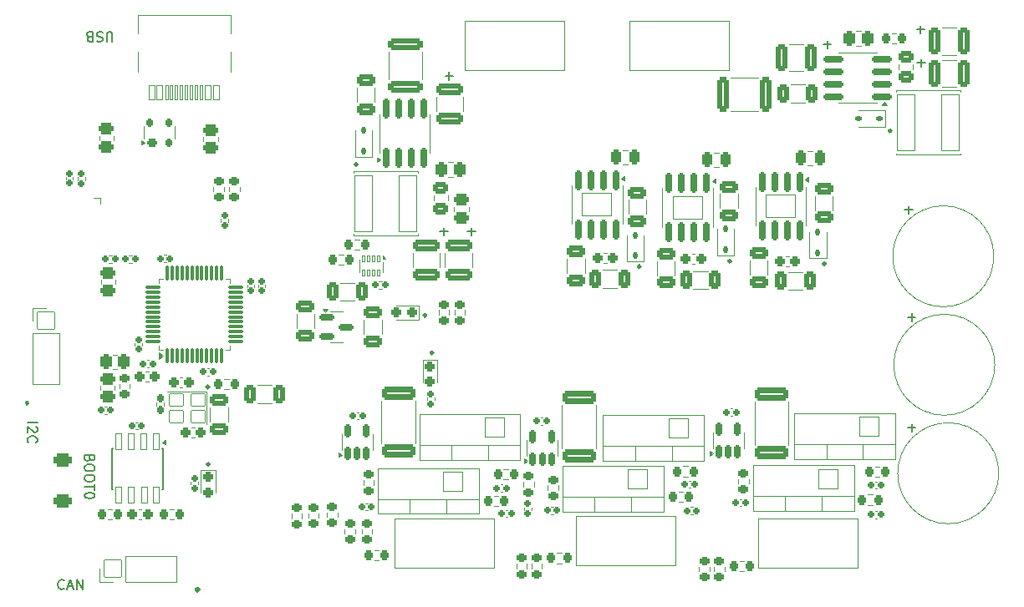
<source format=gto>
G04 #@! TF.GenerationSoftware,KiCad,Pcbnew,8.0.4-8.0.4-0~ubuntu22.04.1*
G04 #@! TF.CreationDate,2024-08-24T23:14:06+02:00*
G04 #@! TF.ProjectId,bldc_project,626c6463-5f70-4726-9f6a-6563742e6b69,rev?*
G04 #@! TF.SameCoordinates,Original*
G04 #@! TF.FileFunction,Legend,Top*
G04 #@! TF.FilePolarity,Positive*
%FSLAX46Y46*%
G04 Gerber Fmt 4.6, Leading zero omitted, Abs format (unit mm)*
G04 Created by KiCad (PCBNEW 8.0.4-8.0.4-0~ubuntu22.04.1) date 2024-08-24 23:14:06*
%MOMM*%
%LPD*%
G01*
G04 APERTURE LIST*
G04 Aperture macros list*
%AMRoundRect*
0 Rectangle with rounded corners*
0 $1 Rounding radius*
0 $2 $3 $4 $5 $6 $7 $8 $9 X,Y pos of 4 corners*
0 Add a 4 corners polygon primitive as box body*
4,1,4,$2,$3,$4,$5,$6,$7,$8,$9,$2,$3,0*
0 Add four circle primitives for the rounded corners*
1,1,$1+$1,$2,$3*
1,1,$1+$1,$4,$5*
1,1,$1+$1,$6,$7*
1,1,$1+$1,$8,$9*
0 Add four rect primitives between the rounded corners*
20,1,$1+$1,$2,$3,$4,$5,0*
20,1,$1+$1,$4,$5,$6,$7,0*
20,1,$1+$1,$6,$7,$8,$9,0*
20,1,$1+$1,$8,$9,$2,$3,0*%
G04 Aperture macros list end*
%ADD10C,0.150000*%
%ADD11C,0.298607*%
%ADD12C,0.275000*%
%ADD13C,0.200000*%
%ADD14C,0.120000*%
%ADD15RoundRect,0.244000X0.244000X0.269000X-0.244000X0.269000X-0.244000X-0.269000X0.244000X-0.269000X0*%
%ADD16RoundRect,0.038000X0.952500X1.000000X-0.952500X1.000000X-0.952500X-1.000000X0.952500X-1.000000X0*%
%ADD17O,1.981000X2.076000*%
%ADD18RoundRect,0.219000X0.294000X-0.219000X0.294000X0.219000X-0.294000X0.219000X-0.294000X-0.219000X0*%
%ADD19C,1.676000*%
%ADD20RoundRect,0.159000X0.159000X0.189000X-0.159000X0.189000X-0.159000X-0.189000X0.159000X-0.189000X0*%
%ADD21RoundRect,0.131500X0.206500X0.131500X-0.206500X0.131500X-0.206500X-0.131500X0.206500X-0.131500X0*%
%ADD22RoundRect,0.038000X-0.300000X0.775000X-0.300000X-0.775000X0.300000X-0.775000X0.300000X0.775000X0*%
%ADD23C,1.448000*%
%ADD24RoundRect,0.265511X1.447489X-0.384989X1.447489X0.384989X-1.447489X0.384989X-1.447489X-0.384989X0*%
%ADD25RoundRect,0.266889X-0.333611X-0.646111X0.333611X-0.646111X0.333611X0.646111X-0.333611X0.646111X0*%
%ADD26RoundRect,0.266521X-0.671479X0.346479X-0.671479X-0.346479X0.671479X-0.346479X0.671479X0.346479X0*%
%ADD27RoundRect,0.154000X-0.204000X0.154000X-0.204000X-0.154000X0.204000X-0.154000X0.204000X0.154000X0*%
%ADD28RoundRect,0.169000X0.169000X-0.531500X0.169000X0.531500X-0.169000X0.531500X-0.169000X-0.531500X0*%
%ADD29RoundRect,0.038000X-5.000000X2.500000X-5.000000X-2.500000X5.000000X-2.500000X5.000000X2.500000X0*%
%ADD30RoundRect,0.268536X0.469464X-0.281964X0.469464X0.281964X-0.469464X0.281964X-0.469464X-0.281964X0*%
%ADD31RoundRect,0.219000X0.219000X0.294000X-0.219000X0.294000X-0.219000X-0.294000X0.219000X-0.294000X0*%
%ADD32RoundRect,0.237750X0.237750X0.275250X-0.237750X0.275250X-0.237750X-0.275250X0.237750X-0.275250X0*%
%ADD33RoundRect,0.219000X-0.294000X0.219000X-0.294000X-0.219000X0.294000X-0.219000X0.294000X0.219000X0*%
%ADD34RoundRect,0.219000X-0.219000X-0.294000X0.219000X-0.294000X0.219000X0.294000X-0.219000X0.294000X0*%
%ADD35RoundRect,0.266889X-0.646111X0.333611X-0.646111X-0.333611X0.646111X-0.333611X0.646111X0.333611X0*%
%ADD36RoundRect,0.062667X-0.125333X0.310333X-0.125333X-0.310333X0.125333X-0.310333X0.125333X0.310333X0*%
%ADD37RoundRect,0.237750X-0.275250X0.237750X-0.275250X-0.237750X0.275250X-0.237750X0.275250X0.237750X0*%
%ADD38RoundRect,0.131500X0.131500X-0.206500X0.131500X0.206500X-0.131500X0.206500X-0.131500X-0.206500X0*%
%ADD39RoundRect,0.159000X-0.159000X-0.189000X0.159000X-0.189000X0.159000X0.189000X-0.159000X0.189000X0*%
%ADD40RoundRect,0.038000X5.000000X-2.500000X5.000000X2.500000X-5.000000X2.500000X-5.000000X-2.500000X0*%
%ADD41RoundRect,0.244000X-0.244000X-0.269000X0.244000X-0.269000X0.244000X0.269000X-0.244000X0.269000X0*%
%ADD42RoundRect,0.266521X0.346479X0.671479X-0.346479X0.671479X-0.346479X-0.671479X0.346479X-0.671479X0*%
%ADD43C,2.000000*%
%ADD44RoundRect,0.266889X1.471111X-0.333611X1.471111X0.333611X-1.471111X0.333611X-1.471111X-0.333611X0*%
%ADD45RoundRect,0.038000X-0.850000X-0.850000X0.850000X-0.850000X0.850000X0.850000X-0.850000X0.850000X0*%
%ADD46O,1.776000X1.776000*%
%ADD47RoundRect,0.269000X-0.269000X-0.494000X0.269000X-0.494000X0.269000X0.494000X-0.269000X0.494000X0*%
%ADD48RoundRect,0.169000X0.844000X0.169000X-0.844000X0.169000X-0.844000X-0.169000X0.844000X-0.169000X0*%
%ADD49RoundRect,0.169000X-0.169000X0.844000X-0.169000X-0.844000X0.169000X-0.844000X0.169000X0.844000X0*%
%ADD50RoundRect,0.038000X-1.500000X1.145000X-1.500000X-1.145000X1.500000X-1.145000X1.500000X1.145000X0*%
%ADD51RoundRect,0.266521X1.121479X-0.346479X1.121479X0.346479X-1.121479X0.346479X-1.121479X-0.346479X0*%
%ADD52C,0.726000*%
%ADD53RoundRect,0.038000X0.300000X0.725000X-0.300000X0.725000X-0.300000X-0.725000X0.300000X-0.725000X0*%
%ADD54RoundRect,0.038000X0.150000X0.725000X-0.150000X0.725000X-0.150000X-0.725000X0.150000X-0.725000X0*%
%ADD55O,1.076000X2.176000*%
%ADD56O,1.076000X1.676000*%
%ADD57RoundRect,0.266521X0.346479X1.121479X-0.346479X1.121479X-0.346479X-1.121479X0.346479X-1.121479X0*%
%ADD58RoundRect,0.266521X-0.346479X-0.671479X0.346479X-0.671479X0.346479X0.671479X-0.346479X0.671479X0*%
%ADD59RoundRect,0.266889X0.333611X1.471111X-0.333611X1.471111X-0.333611X-1.471111X0.333611X-1.471111X0*%
%ADD60RoundRect,0.268536X0.281964X0.469464X-0.281964X0.469464X-0.281964X-0.469464X0.281964X-0.469464X0*%
%ADD61RoundRect,0.094000X0.094000X-0.681500X0.094000X0.681500X-0.094000X0.681500X-0.094000X-0.681500X0*%
%ADD62RoundRect,0.094000X0.681500X-0.094000X0.681500X0.094000X-0.681500X0.094000X-0.681500X-0.094000X0*%
%ADD63RoundRect,0.179000X-0.179000X0.216500X-0.179000X-0.216500X0.179000X-0.216500X0.179000X0.216500X0*%
%ADD64RoundRect,0.266521X-1.121479X0.346479X-1.121479X-0.346479X1.121479X-0.346479X1.121479X0.346479X0*%
%ADD65RoundRect,0.169000X0.169000X-0.844000X0.169000X0.844000X-0.169000X0.844000X-0.169000X-0.844000X0*%
%ADD66RoundRect,0.154000X0.154000X0.204000X-0.154000X0.204000X-0.154000X-0.204000X0.154000X-0.204000X0*%
%ADD67RoundRect,0.266521X-0.346479X-1.121479X0.346479X-1.121479X0.346479X1.121479X-0.346479X1.121479X0*%
%ADD68RoundRect,0.194000X0.344000X-0.194000X0.344000X0.194000X-0.344000X0.194000X-0.344000X-0.194000X0*%
%ADD69RoundRect,0.169000X0.169000X-0.219000X0.169000X0.219000X-0.169000X0.219000X-0.169000X-0.219000X0*%
%ADD70RoundRect,0.038000X0.700000X0.600000X-0.700000X0.600000X-0.700000X-0.600000X0.700000X-0.600000X0*%
%ADD71RoundRect,0.159000X0.189000X-0.159000X0.189000X0.159000X-0.189000X0.159000X-0.189000X-0.159000X0*%
%ADD72RoundRect,0.169000X-0.606500X-0.169000X0.606500X-0.169000X0.606500X0.169000X-0.606500X0.169000X0*%
%ADD73RoundRect,0.356500X-0.581500X0.356500X-0.581500X-0.356500X0.581500X-0.356500X0.581500X0.356500X0*%
%ADD74RoundRect,0.038000X0.850000X2.850000X-0.850000X2.850000X-0.850000X-2.850000X0.850000X-2.850000X0*%
%ADD75RoundRect,0.159000X-0.189000X0.159000X-0.189000X-0.159000X0.189000X-0.159000X0.189000X0.159000X0*%
%ADD76RoundRect,0.268536X-0.469464X0.281964X-0.469464X-0.281964X0.469464X-0.281964X0.469464X0.281964X0*%
%ADD77RoundRect,0.266170X-0.496830X0.359330X-0.496830X-0.359330X0.496830X-0.359330X0.496830X0.359330X0*%
%ADD78RoundRect,0.038000X0.850000X-0.850000X0.850000X0.850000X-0.850000X0.850000X-0.850000X-0.850000X0*%
%ADD79C,1.066600*%
%ADD80C,0.863400*%
%ADD81C,1.076000*%
G04 APERTURE END LIST*
D10*
X132700000Y-81900000D02*
X132700000Y-82700000D01*
D11*
X59599303Y-139100000D02*
G75*
G02*
X59300697Y-139100000I-149303J0D01*
G01*
X59300697Y-139100000D02*
G75*
G02*
X59599303Y-139100000I149303J0D01*
G01*
D12*
X42337500Y-120200000D02*
G75*
G02*
X42062500Y-120200000I-137500J0D01*
G01*
X42062500Y-120200000D02*
G75*
G02*
X42337500Y-120200000I137500J0D01*
G01*
D10*
X123250000Y-83425000D02*
X123250000Y-84225000D01*
X132200000Y-111500000D02*
X131400000Y-111500000D01*
X133100000Y-82300000D02*
X132300000Y-82300000D01*
D12*
X83337500Y-115100000D02*
G75*
G02*
X83062500Y-115100000I-137500J0D01*
G01*
X83062500Y-115100000D02*
G75*
G02*
X83337500Y-115100000I137500J0D01*
G01*
D10*
X87200000Y-102400000D02*
X87200000Y-103200000D01*
D12*
X129737500Y-92600000D02*
G75*
G02*
X129462500Y-92600000I-137500J0D01*
G01*
X129462500Y-92600000D02*
G75*
G02*
X129737500Y-92600000I137500J0D01*
G01*
D10*
X131800000Y-111100000D02*
X131800000Y-111900000D01*
D12*
X123087500Y-106050000D02*
G75*
G02*
X122812500Y-106050000I-137500J0D01*
G01*
X122812500Y-106050000D02*
G75*
G02*
X123087500Y-106050000I137500J0D01*
G01*
X75637500Y-96000000D02*
G75*
G02*
X75362500Y-96000000I-137500J0D01*
G01*
X75362500Y-96000000D02*
G75*
G02*
X75637500Y-96000000I137500J0D01*
G01*
D10*
X133150000Y-85700000D02*
X132350000Y-85700000D01*
D12*
X60637500Y-118550000D02*
G75*
G02*
X60362500Y-118550000I-137500J0D01*
G01*
X60362500Y-118550000D02*
G75*
G02*
X60637500Y-118550000I137500J0D01*
G01*
D10*
X123650000Y-83825000D02*
X122850000Y-83825000D01*
X84800000Y-102800000D02*
X84000000Y-102800000D01*
X131800000Y-122300000D02*
X131800000Y-123100000D01*
X132200000Y-122700000D02*
X131400000Y-122700000D01*
X87600000Y-102800000D02*
X86800000Y-102800000D01*
X132750000Y-85300000D02*
X132750000Y-86100000D01*
X85350000Y-87010000D02*
X84550000Y-87010000D01*
X131500000Y-100200000D02*
X131500000Y-101000000D01*
D12*
X104337500Y-106350000D02*
G75*
G02*
X104062500Y-106350000I-137500J0D01*
G01*
X104062500Y-106350000D02*
G75*
G02*
X104337500Y-106350000I137500J0D01*
G01*
D10*
X131900000Y-100600000D02*
X131100000Y-100600000D01*
D12*
X82637500Y-111300000D02*
G75*
G02*
X82362500Y-111300000I-137500J0D01*
G01*
X82362500Y-111300000D02*
G75*
G02*
X82637500Y-111300000I137500J0D01*
G01*
D10*
X84400000Y-102400000D02*
X84400000Y-103200000D01*
D12*
X60687500Y-126400000D02*
G75*
G02*
X60412500Y-126400000I-137500J0D01*
G01*
X60412500Y-126400000D02*
G75*
G02*
X60687500Y-126400000I137500J0D01*
G01*
X113487500Y-105800000D02*
G75*
G02*
X113212500Y-105800000I-137500J0D01*
G01*
X113212500Y-105800000D02*
G75*
G02*
X113487500Y-105800000I137500J0D01*
G01*
D10*
X84950000Y-86610000D02*
X84950000Y-87410000D01*
D13*
X45941101Y-138971980D02*
X45893482Y-139019600D01*
X45893482Y-139019600D02*
X45750625Y-139067219D01*
X45750625Y-139067219D02*
X45655387Y-139067219D01*
X45655387Y-139067219D02*
X45512530Y-139019600D01*
X45512530Y-139019600D02*
X45417292Y-138924361D01*
X45417292Y-138924361D02*
X45369673Y-138829123D01*
X45369673Y-138829123D02*
X45322054Y-138638647D01*
X45322054Y-138638647D02*
X45322054Y-138495790D01*
X45322054Y-138495790D02*
X45369673Y-138305314D01*
X45369673Y-138305314D02*
X45417292Y-138210076D01*
X45417292Y-138210076D02*
X45512530Y-138114838D01*
X45512530Y-138114838D02*
X45655387Y-138067219D01*
X45655387Y-138067219D02*
X45750625Y-138067219D01*
X45750625Y-138067219D02*
X45893482Y-138114838D01*
X45893482Y-138114838D02*
X45941101Y-138162457D01*
X46322054Y-138781504D02*
X46798244Y-138781504D01*
X46226816Y-139067219D02*
X46560149Y-138067219D01*
X46560149Y-138067219D02*
X46893482Y-139067219D01*
X47226816Y-139067219D02*
X47226816Y-138067219D01*
X47226816Y-138067219D02*
X47798244Y-139067219D01*
X47798244Y-139067219D02*
X47798244Y-138067219D01*
X42232780Y-122169673D02*
X43232780Y-122169673D01*
X43137542Y-122598244D02*
X43185161Y-122645863D01*
X43185161Y-122645863D02*
X43232780Y-122741101D01*
X43232780Y-122741101D02*
X43232780Y-122979196D01*
X43232780Y-122979196D02*
X43185161Y-123074434D01*
X43185161Y-123074434D02*
X43137542Y-123122053D01*
X43137542Y-123122053D02*
X43042304Y-123169672D01*
X43042304Y-123169672D02*
X42947066Y-123169672D01*
X42947066Y-123169672D02*
X42804209Y-123122053D01*
X42804209Y-123122053D02*
X42232780Y-122550625D01*
X42232780Y-122550625D02*
X42232780Y-123169672D01*
X42328019Y-124169672D02*
X42280400Y-124122053D01*
X42280400Y-124122053D02*
X42232780Y-123979196D01*
X42232780Y-123979196D02*
X42232780Y-123883958D01*
X42232780Y-123883958D02*
X42280400Y-123741101D01*
X42280400Y-123741101D02*
X42375638Y-123645863D01*
X42375638Y-123645863D02*
X42470876Y-123598244D01*
X42470876Y-123598244D02*
X42661352Y-123550625D01*
X42661352Y-123550625D02*
X42804209Y-123550625D01*
X42804209Y-123550625D02*
X42994685Y-123598244D01*
X42994685Y-123598244D02*
X43089923Y-123645863D01*
X43089923Y-123645863D02*
X43185161Y-123741101D01*
X43185161Y-123741101D02*
X43232780Y-123883958D01*
X43232780Y-123883958D02*
X43232780Y-123979196D01*
X43232780Y-123979196D02*
X43185161Y-124122053D01*
X43185161Y-124122053D02*
X43137542Y-124169672D01*
X50830326Y-83532780D02*
X50830326Y-82723257D01*
X50830326Y-82723257D02*
X50782707Y-82628019D01*
X50782707Y-82628019D02*
X50735088Y-82580400D01*
X50735088Y-82580400D02*
X50639850Y-82532780D01*
X50639850Y-82532780D02*
X50449374Y-82532780D01*
X50449374Y-82532780D02*
X50354136Y-82580400D01*
X50354136Y-82580400D02*
X50306517Y-82628019D01*
X50306517Y-82628019D02*
X50258898Y-82723257D01*
X50258898Y-82723257D02*
X50258898Y-83532780D01*
X49830326Y-82580400D02*
X49687469Y-82532780D01*
X49687469Y-82532780D02*
X49449374Y-82532780D01*
X49449374Y-82532780D02*
X49354136Y-82580400D01*
X49354136Y-82580400D02*
X49306517Y-82628019D01*
X49306517Y-82628019D02*
X49258898Y-82723257D01*
X49258898Y-82723257D02*
X49258898Y-82818495D01*
X49258898Y-82818495D02*
X49306517Y-82913733D01*
X49306517Y-82913733D02*
X49354136Y-82961352D01*
X49354136Y-82961352D02*
X49449374Y-83008971D01*
X49449374Y-83008971D02*
X49639850Y-83056590D01*
X49639850Y-83056590D02*
X49735088Y-83104209D01*
X49735088Y-83104209D02*
X49782707Y-83151828D01*
X49782707Y-83151828D02*
X49830326Y-83247066D01*
X49830326Y-83247066D02*
X49830326Y-83342304D01*
X49830326Y-83342304D02*
X49782707Y-83437542D01*
X49782707Y-83437542D02*
X49735088Y-83485161D01*
X49735088Y-83485161D02*
X49639850Y-83532780D01*
X49639850Y-83532780D02*
X49401755Y-83532780D01*
X49401755Y-83532780D02*
X49258898Y-83485161D01*
X48496993Y-83056590D02*
X48354136Y-83008971D01*
X48354136Y-83008971D02*
X48306517Y-82961352D01*
X48306517Y-82961352D02*
X48258898Y-82866114D01*
X48258898Y-82866114D02*
X48258898Y-82723257D01*
X48258898Y-82723257D02*
X48306517Y-82628019D01*
X48306517Y-82628019D02*
X48354136Y-82580400D01*
X48354136Y-82580400D02*
X48449374Y-82532780D01*
X48449374Y-82532780D02*
X48830326Y-82532780D01*
X48830326Y-82532780D02*
X48830326Y-83532780D01*
X48830326Y-83532780D02*
X48496993Y-83532780D01*
X48496993Y-83532780D02*
X48401755Y-83485161D01*
X48401755Y-83485161D02*
X48354136Y-83437542D01*
X48354136Y-83437542D02*
X48306517Y-83342304D01*
X48306517Y-83342304D02*
X48306517Y-83247066D01*
X48306517Y-83247066D02*
X48354136Y-83151828D01*
X48354136Y-83151828D02*
X48401755Y-83104209D01*
X48401755Y-83104209D02*
X48496993Y-83056590D01*
X48496993Y-83056590D02*
X48830326Y-83056590D01*
X48556590Y-125803006D02*
X48508971Y-125945863D01*
X48508971Y-125945863D02*
X48461352Y-125993482D01*
X48461352Y-125993482D02*
X48366114Y-126041101D01*
X48366114Y-126041101D02*
X48223257Y-126041101D01*
X48223257Y-126041101D02*
X48128019Y-125993482D01*
X48128019Y-125993482D02*
X48080400Y-125945863D01*
X48080400Y-125945863D02*
X48032780Y-125850625D01*
X48032780Y-125850625D02*
X48032780Y-125469673D01*
X48032780Y-125469673D02*
X49032780Y-125469673D01*
X49032780Y-125469673D02*
X49032780Y-125803006D01*
X49032780Y-125803006D02*
X48985161Y-125898244D01*
X48985161Y-125898244D02*
X48937542Y-125945863D01*
X48937542Y-125945863D02*
X48842304Y-125993482D01*
X48842304Y-125993482D02*
X48747066Y-125993482D01*
X48747066Y-125993482D02*
X48651828Y-125945863D01*
X48651828Y-125945863D02*
X48604209Y-125898244D01*
X48604209Y-125898244D02*
X48556590Y-125803006D01*
X48556590Y-125803006D02*
X48556590Y-125469673D01*
X49032780Y-126660149D02*
X49032780Y-126850625D01*
X49032780Y-126850625D02*
X48985161Y-126945863D01*
X48985161Y-126945863D02*
X48889923Y-127041101D01*
X48889923Y-127041101D02*
X48699447Y-127088720D01*
X48699447Y-127088720D02*
X48366114Y-127088720D01*
X48366114Y-127088720D02*
X48175638Y-127041101D01*
X48175638Y-127041101D02*
X48080400Y-126945863D01*
X48080400Y-126945863D02*
X48032780Y-126850625D01*
X48032780Y-126850625D02*
X48032780Y-126660149D01*
X48032780Y-126660149D02*
X48080400Y-126564911D01*
X48080400Y-126564911D02*
X48175638Y-126469673D01*
X48175638Y-126469673D02*
X48366114Y-126422054D01*
X48366114Y-126422054D02*
X48699447Y-126422054D01*
X48699447Y-126422054D02*
X48889923Y-126469673D01*
X48889923Y-126469673D02*
X48985161Y-126564911D01*
X48985161Y-126564911D02*
X49032780Y-126660149D01*
X49032780Y-127707768D02*
X49032780Y-127898244D01*
X49032780Y-127898244D02*
X48985161Y-127993482D01*
X48985161Y-127993482D02*
X48889923Y-128088720D01*
X48889923Y-128088720D02*
X48699447Y-128136339D01*
X48699447Y-128136339D02*
X48366114Y-128136339D01*
X48366114Y-128136339D02*
X48175638Y-128088720D01*
X48175638Y-128088720D02*
X48080400Y-127993482D01*
X48080400Y-127993482D02*
X48032780Y-127898244D01*
X48032780Y-127898244D02*
X48032780Y-127707768D01*
X48032780Y-127707768D02*
X48080400Y-127612530D01*
X48080400Y-127612530D02*
X48175638Y-127517292D01*
X48175638Y-127517292D02*
X48366114Y-127469673D01*
X48366114Y-127469673D02*
X48699447Y-127469673D01*
X48699447Y-127469673D02*
X48889923Y-127517292D01*
X48889923Y-127517292D02*
X48985161Y-127612530D01*
X48985161Y-127612530D02*
X49032780Y-127707768D01*
X49032780Y-128422054D02*
X49032780Y-128993482D01*
X48032780Y-128707768D02*
X49032780Y-128707768D01*
X49032780Y-129517292D02*
X49032780Y-129612530D01*
X49032780Y-129612530D02*
X48985161Y-129707768D01*
X48985161Y-129707768D02*
X48937542Y-129755387D01*
X48937542Y-129755387D02*
X48842304Y-129803006D01*
X48842304Y-129803006D02*
X48651828Y-129850625D01*
X48651828Y-129850625D02*
X48413733Y-129850625D01*
X48413733Y-129850625D02*
X48223257Y-129803006D01*
X48223257Y-129803006D02*
X48128019Y-129755387D01*
X48128019Y-129755387D02*
X48080400Y-129707768D01*
X48080400Y-129707768D02*
X48032780Y-129612530D01*
X48032780Y-129612530D02*
X48032780Y-129517292D01*
X48032780Y-129517292D02*
X48080400Y-129422054D01*
X48080400Y-129422054D02*
X48128019Y-129374435D01*
X48128019Y-129374435D02*
X48223257Y-129326816D01*
X48223257Y-129326816D02*
X48413733Y-129279197D01*
X48413733Y-129279197D02*
X48651828Y-129279197D01*
X48651828Y-129279197D02*
X48842304Y-129326816D01*
X48842304Y-129326816D02*
X48937542Y-129374435D01*
X48937542Y-129374435D02*
X48985161Y-129422054D01*
X48985161Y-129422054D02*
X49032780Y-129517292D01*
D14*
X54490580Y-116990000D02*
X54209420Y-116990000D01*
X54490580Y-118010000D02*
X54209420Y-118010000D01*
X119880000Y-125862500D02*
X119880000Y-121221500D01*
X123149000Y-125862500D02*
X123149000Y-124352500D01*
X126850000Y-125862500D02*
X126850000Y-124352500D01*
X130120000Y-121221500D02*
X119880000Y-121221500D01*
X130120000Y-124352500D02*
X119880000Y-124352500D01*
X130120000Y-125862500D02*
X119880000Y-125862500D01*
X130120000Y-125862500D02*
X130120000Y-121221500D01*
X51552500Y-118712258D02*
X51552500Y-118237742D01*
X52597500Y-118712258D02*
X52597500Y-118237742D01*
X140120000Y-105300000D02*
G75*
G02*
X129880000Y-105300000I-5120000J0D01*
G01*
X129880000Y-105300000D02*
G75*
G02*
X140120000Y-105300000I5120000J0D01*
G01*
X60657836Y-116665000D02*
X60442164Y-116665000D01*
X60657836Y-117385000D02*
X60442164Y-117385000D01*
X129110000Y-90450000D02*
X126450000Y-90450000D01*
X129110000Y-92150000D02*
X126450000Y-92150000D01*
X129110000Y-92150000D02*
X129110000Y-90450000D01*
D10*
X50805000Y-124750000D02*
X50805000Y-128900000D01*
X50805000Y-128900000D02*
X50905000Y-128900000D01*
X50905000Y-124750000D02*
X50805000Y-124750000D01*
X55955000Y-124750000D02*
X55855000Y-124750000D01*
X55955000Y-124750000D02*
X55955000Y-128900000D01*
X55955000Y-128900000D02*
X55855000Y-128900000D01*
D14*
X56185000Y-124390000D02*
X55855000Y-124150000D01*
X56185000Y-123910000D01*
X56185000Y-124390000D01*
G36*
X56185000Y-124390000D02*
G01*
X55855000Y-124150000D01*
X56185000Y-123910000D01*
X56185000Y-124390000D01*
G37*
X78090000Y-124289564D02*
X78090000Y-119935436D01*
X81510000Y-124289564D02*
X81510000Y-119935436D01*
X119272936Y-106890000D02*
X120727064Y-106890000D01*
X119272936Y-108710000D02*
X120727064Y-108710000D01*
X140620000Y-127300000D02*
G75*
G02*
X130380000Y-127300000I-5120000J0D01*
G01*
X130380000Y-127300000D02*
G75*
G02*
X140620000Y-127300000I5120000J0D01*
G01*
X60740000Y-120638748D02*
X60740000Y-122061252D01*
X62560000Y-120638748D02*
X62560000Y-122061252D01*
X82720000Y-119596359D02*
X82720000Y-119903641D01*
X83480000Y-119596359D02*
X83480000Y-119903641D01*
X92817500Y-124772500D02*
X92817500Y-123972500D01*
X92817500Y-124772500D02*
X92817500Y-125572500D01*
X95937500Y-124772500D02*
X95937500Y-123972500D01*
X95937500Y-124772500D02*
X95937500Y-125572500D01*
X92867500Y-126072500D02*
X92537500Y-126312500D01*
X92537500Y-125832500D01*
X92867500Y-126072500D01*
G36*
X92867500Y-126072500D02*
G01*
X92537500Y-126312500D01*
X92537500Y-125832500D01*
X92867500Y-126072500D01*
G37*
X49615000Y-118877064D02*
X49615000Y-118422936D01*
X51085000Y-118877064D02*
X51085000Y-118422936D01*
X90937258Y-126877500D02*
X90462742Y-126877500D01*
X90937258Y-127922500D02*
X90462742Y-127922500D01*
X79600000Y-111735000D02*
X81885000Y-111735000D01*
X81885000Y-110265000D02*
X79600000Y-110265000D01*
X81885000Y-111735000D02*
X81885000Y-110265000D01*
X85477500Y-110762742D02*
X85477500Y-111237258D01*
X86522500Y-110762742D02*
X86522500Y-111237258D01*
X129762742Y-82677500D02*
X130237258Y-82677500D01*
X129762742Y-83722500D02*
X130237258Y-83722500D01*
X93277500Y-136937258D02*
X93277500Y-136462742D01*
X94322500Y-136937258D02*
X94322500Y-136462742D01*
X96890000Y-105572936D02*
X96890000Y-107027064D01*
X98710000Y-105572936D02*
X98710000Y-107027064D01*
X100472936Y-106690000D02*
X101927064Y-106690000D01*
X100472936Y-108510000D02*
X101927064Y-108510000D01*
X75902500Y-106935000D02*
X75902500Y-105635000D01*
X78222500Y-106935000D02*
X78222500Y-105885000D01*
X78502500Y-105525000D02*
X78222500Y-105525000D01*
X78222500Y-105245000D01*
X78502500Y-105525000D01*
G36*
X78502500Y-105525000D02*
G01*
X78222500Y-105525000D01*
X78222500Y-105245000D01*
X78502500Y-105525000D01*
G37*
X115890000Y-124414564D02*
X115890000Y-120060436D01*
X119310000Y-124414564D02*
X119310000Y-120060436D01*
X95862742Y-135377500D02*
X96337258Y-135377500D01*
X95862742Y-136422500D02*
X96337258Y-136422500D01*
X59815000Y-126965000D02*
X59815000Y-129250000D01*
X61285000Y-126965000D02*
X59815000Y-126965000D01*
X61285000Y-129250000D02*
X61285000Y-126965000D01*
X76077500Y-132962742D02*
X76077500Y-133437258D01*
X77122500Y-132962742D02*
X77122500Y-133437258D01*
X102950000Y-105810000D02*
X102950000Y-103150000D01*
X102950000Y-105810000D02*
X104650000Y-105810000D01*
X104650000Y-105810000D02*
X104650000Y-103150000D01*
X90149664Y-128457500D02*
X90365336Y-128457500D01*
X90149664Y-129177500D02*
X90365336Y-129177500D01*
X128062742Y-126615000D02*
X128537258Y-126615000D01*
X128062742Y-127660000D02*
X128537258Y-127660000D01*
X53484420Y-130965000D02*
X53765580Y-130965000D01*
X53484420Y-131985000D02*
X53765580Y-131985000D01*
X75572164Y-121132500D02*
X75787836Y-121132500D01*
X75572164Y-121852500D02*
X75787836Y-121852500D01*
X74224758Y-105122500D02*
X73750242Y-105122500D01*
X74224758Y-106167500D02*
X73750242Y-106167500D01*
X90669664Y-131040000D02*
X90885336Y-131040000D01*
X90669664Y-131760000D02*
X90885336Y-131760000D01*
X75336252Y-107990000D02*
X73913748Y-107990000D01*
X75336252Y-109810000D02*
X73913748Y-109810000D01*
X114240000Y-127872742D02*
X114240000Y-128347258D01*
X115285000Y-127872742D02*
X115285000Y-128347258D01*
X57087258Y-130952500D02*
X56612742Y-130952500D01*
X57087258Y-131997500D02*
X56612742Y-131997500D01*
X92520000Y-130756359D02*
X92520000Y-131063641D01*
X93280000Y-130756359D02*
X93280000Y-131063641D01*
X109392164Y-130740000D02*
X109607836Y-130740000D01*
X109392164Y-131460000D02*
X109607836Y-131460000D01*
X78826000Y-87360252D02*
X78826000Y-84587748D01*
X82246000Y-87360252D02*
X82246000Y-84587748D01*
X76290000Y-111763748D02*
X76290000Y-113186252D01*
X78110000Y-111763748D02*
X78110000Y-113186252D01*
X100517500Y-126042500D02*
X100517500Y-121401500D01*
X103786500Y-126042500D02*
X103786500Y-124532500D01*
X107487500Y-126042500D02*
X107487500Y-124532500D01*
X110757500Y-121401500D02*
X100517500Y-121401500D01*
X110757500Y-124532500D02*
X100517500Y-124532500D01*
X110757500Y-126042500D02*
X100517500Y-126042500D01*
X110757500Y-126042500D02*
X110757500Y-121401500D01*
X42770000Y-110530000D02*
X44100000Y-110530000D01*
X42770000Y-111860000D02*
X42770000Y-110530000D01*
X42770000Y-113130000D02*
X42770000Y-118270000D01*
X42770000Y-113130000D02*
X45430000Y-113130000D01*
X42770000Y-118270000D02*
X45430000Y-118270000D01*
X45430000Y-113130000D02*
X45430000Y-118270000D01*
X111738748Y-94765000D02*
X112261252Y-94765000D01*
X111738748Y-96235000D02*
X112261252Y-96235000D01*
X91777500Y-136462742D02*
X91777500Y-136937258D01*
X92822500Y-136462742D02*
X92822500Y-136937258D01*
X126325000Y-84635000D02*
X124375000Y-84635000D01*
X126325000Y-84635000D02*
X128275000Y-84635000D01*
X126325000Y-89755000D02*
X124375000Y-89755000D01*
X126325000Y-89755000D02*
X128275000Y-89755000D01*
X129265000Y-89990000D02*
X128785000Y-89990000D01*
X129025000Y-89660000D01*
X129265000Y-89990000D01*
G36*
X129265000Y-89990000D02*
G01*
X128785000Y-89990000D01*
X129025000Y-89660000D01*
X129265000Y-89990000D01*
G37*
X76710336Y-130357500D02*
X76494664Y-130357500D01*
X76710336Y-131077500D02*
X76494664Y-131077500D01*
X50282836Y-120565000D02*
X50067164Y-120565000D01*
X50282836Y-121285000D02*
X50067164Y-121285000D01*
X83877500Y-110762742D02*
X83877500Y-111237258D01*
X84922500Y-110762742D02*
X84922500Y-111237258D01*
X62162742Y-117727500D02*
X62637258Y-117727500D01*
X62162742Y-118772500D02*
X62637258Y-118772500D01*
X97380000Y-100092500D02*
X97380000Y-98142500D01*
X97380000Y-100092500D02*
X97380000Y-102042500D01*
X102500000Y-100092500D02*
X102500000Y-98142500D01*
X102500000Y-100092500D02*
X102500000Y-102042500D01*
X102735000Y-97632500D02*
X102405000Y-97392500D01*
X102735000Y-97152500D01*
X102735000Y-97632500D01*
G36*
X102735000Y-97632500D02*
G01*
X102405000Y-97392500D01*
X102735000Y-97152500D01*
X102735000Y-97632500D01*
G37*
X76280000Y-128005242D02*
X76280000Y-128479758D01*
X77325000Y-128005242D02*
X77325000Y-128479758D01*
X84540000Y-106411252D02*
X84540000Y-104988748D01*
X87260000Y-106411252D02*
X87260000Y-104988748D01*
X53400000Y-82700000D02*
X53400000Y-80800000D01*
X53400000Y-86600000D02*
X53400000Y-84600000D01*
X62800000Y-80800000D02*
X53400000Y-80800000D01*
X62800000Y-82700000D02*
X62800000Y-80800000D01*
X62800000Y-86600000D02*
X62800000Y-84600000D01*
X77362742Y-135077500D02*
X77837258Y-135077500D01*
X77362742Y-136122500D02*
X77837258Y-136122500D01*
X120836252Y-83790000D02*
X119413748Y-83790000D01*
X120836252Y-86510000D02*
X119413748Y-86510000D01*
X65538748Y-118365000D02*
X66961252Y-118365000D01*
X65538748Y-120185000D02*
X66961252Y-120185000D01*
X74057500Y-124117500D02*
X74057500Y-123317500D01*
X74057500Y-124117500D02*
X74057500Y-124917500D01*
X77177500Y-124117500D02*
X77177500Y-123317500D01*
X77177500Y-124117500D02*
X77177500Y-124917500D01*
X74107500Y-125417500D02*
X73777500Y-125657500D01*
X73777500Y-125177500D01*
X74107500Y-125417500D01*
G36*
X74107500Y-125417500D02*
G01*
X73777500Y-125657500D01*
X73777500Y-125177500D01*
X74107500Y-125417500D01*
G37*
X116248752Y-87190000D02*
X113476248Y-87190000D01*
X116248752Y-90610000D02*
X113476248Y-90610000D01*
X112390000Y-98972936D02*
X112390000Y-100427064D01*
X114210000Y-98972936D02*
X114210000Y-100427064D01*
X127362742Y-129477500D02*
X127837258Y-129477500D01*
X127362742Y-130522500D02*
X127837258Y-130522500D01*
X85327064Y-95765000D02*
X84872936Y-95765000D01*
X85327064Y-97235000D02*
X84872936Y-97235000D01*
X55540000Y-107590000D02*
X55990000Y-107590000D01*
X55540000Y-108040000D02*
X55540000Y-107590000D01*
X55540000Y-114360000D02*
X55540000Y-114810000D01*
X55540000Y-114810000D02*
X55990000Y-114810000D01*
X62760000Y-107590000D02*
X62310000Y-107590000D01*
X62760000Y-108040000D02*
X62760000Y-107590000D01*
X62760000Y-114360000D02*
X62760000Y-114810000D01*
X62760000Y-114810000D02*
X62310000Y-114810000D01*
X55990000Y-115400000D02*
X55520000Y-115740000D01*
X55520000Y-115060000D01*
X55990000Y-115400000D01*
G36*
X55990000Y-115400000D02*
G01*
X55520000Y-115740000D01*
X55520000Y-115060000D01*
X55990000Y-115400000D01*
G37*
X49515000Y-93527064D02*
X49515000Y-93072936D01*
X50985000Y-93527064D02*
X50985000Y-93072936D01*
X126639564Y-82465000D02*
X126185436Y-82465000D01*
X126639564Y-83935000D02*
X126185436Y-83935000D01*
X72577500Y-131762258D02*
X72577500Y-131287742D01*
X73622500Y-131762258D02*
X73622500Y-131287742D01*
X96417500Y-131187500D02*
X96417500Y-126546500D01*
X99686500Y-131187500D02*
X99686500Y-129677500D01*
X103387500Y-131187500D02*
X103387500Y-129677500D01*
X106657500Y-126546500D02*
X96417500Y-126546500D01*
X106657500Y-129677500D02*
X96417500Y-129677500D01*
X106657500Y-131187500D02*
X96417500Y-131187500D01*
X106657500Y-131187500D02*
X106657500Y-126546500D01*
X94940000Y-128542742D02*
X94940000Y-129017258D01*
X95985000Y-128542742D02*
X95985000Y-129017258D01*
X77690000Y-131420000D02*
X77690000Y-126779000D01*
X80959000Y-131420000D02*
X80959000Y-129910000D01*
X84660000Y-131420000D02*
X84660000Y-129910000D01*
X87930000Y-126779000D02*
X77690000Y-126779000D01*
X87930000Y-129910000D02*
X77690000Y-129910000D01*
X87930000Y-131420000D02*
X77690000Y-131420000D01*
X87930000Y-131420000D02*
X87930000Y-126779000D01*
X70707500Y-131837258D02*
X70707500Y-131362742D01*
X71752500Y-131837258D02*
X71752500Y-131362742D01*
X100885580Y-104977500D02*
X100604420Y-104977500D01*
X100885580Y-105997500D02*
X100604420Y-105997500D01*
X62677500Y-98262742D02*
X62677500Y-98737258D01*
X63722500Y-98262742D02*
X63722500Y-98737258D01*
X111777500Y-137237258D02*
X111777500Y-136762742D01*
X112822500Y-137237258D02*
X112822500Y-136762742D01*
X128307836Y-131140000D02*
X128092164Y-131140000D01*
X128307836Y-131860000D02*
X128092164Y-131860000D01*
X55320000Y-120132379D02*
X55320000Y-120467621D01*
X56080000Y-120132379D02*
X56080000Y-120467621D01*
X113417164Y-120750000D02*
X113632836Y-120750000D01*
X113417164Y-121470000D02*
X113632836Y-121470000D01*
X51314564Y-115265000D02*
X50860436Y-115265000D01*
X51314564Y-116735000D02*
X50860436Y-116735000D01*
X83660000Y-89148748D02*
X83660000Y-90571252D01*
X86380000Y-89148748D02*
X86380000Y-90571252D01*
X77875000Y-92825000D02*
X77875000Y-90875000D01*
X77875000Y-92825000D02*
X77875000Y-94775000D01*
X82995000Y-92825000D02*
X82995000Y-90875000D01*
X82995000Y-92825000D02*
X82995000Y-94775000D01*
X77970000Y-95525000D02*
X77640000Y-95765000D01*
X77640000Y-95285000D01*
X77970000Y-95525000D01*
G36*
X77970000Y-95525000D02*
G01*
X77640000Y-95765000D01*
X77640000Y-95285000D01*
X77970000Y-95525000D01*
G37*
X81920000Y-125925000D02*
X81920000Y-121284000D01*
X85189000Y-125925000D02*
X85189000Y-124415000D01*
X88890000Y-125925000D02*
X88890000Y-124415000D01*
X92160000Y-121284000D02*
X81920000Y-121284000D01*
X92160000Y-124415000D02*
X81920000Y-124415000D01*
X92160000Y-125925000D02*
X81920000Y-125925000D01*
X92160000Y-125925000D02*
X92160000Y-121284000D01*
X115390000Y-105735436D02*
X115390000Y-107189564D01*
X117210000Y-105735436D02*
X117210000Y-107189564D01*
X52843641Y-105220000D02*
X52536359Y-105220000D01*
X52843641Y-105980000D02*
X52536359Y-105980000D01*
X134888748Y-82140000D02*
X136311252Y-82140000D01*
X134888748Y-84860000D02*
X136311252Y-84860000D01*
X50812258Y-130952500D02*
X50337742Y-130952500D01*
X50812258Y-131997500D02*
X50337742Y-131997500D01*
X59140580Y-122690000D02*
X58859420Y-122690000D01*
X59140580Y-123710000D02*
X58859420Y-123710000D01*
X121450000Y-105510000D02*
X121450000Y-102850000D01*
X121450000Y-105510000D02*
X123150000Y-105510000D01*
X123150000Y-105510000D02*
X123150000Y-102850000D01*
X121263748Y-94615000D02*
X121786252Y-94615000D01*
X121263748Y-96085000D02*
X121786252Y-96085000D01*
X140220000Y-116300000D02*
G75*
G02*
X129980000Y-116300000I-5120000J0D01*
G01*
X129980000Y-116300000D02*
G75*
G02*
X140220000Y-116300000I5120000J0D01*
G01*
X95254664Y-130720000D02*
X95470336Y-130720000D01*
X95254664Y-131440000D02*
X95470336Y-131440000D01*
X61820000Y-101496359D02*
X61820000Y-101803641D01*
X62580000Y-101496359D02*
X62580000Y-101803641D01*
X54040000Y-92100000D02*
X54040000Y-93370000D01*
X57160000Y-93400000D02*
X57160000Y-92100000D01*
X54090000Y-93750000D02*
X53760000Y-93990000D01*
X53760000Y-93510000D01*
X54090000Y-93750000D01*
G36*
X54090000Y-93750000D02*
G01*
X53760000Y-93990000D01*
X53760000Y-93510000D01*
X54090000Y-93750000D01*
G37*
X109815580Y-105090000D02*
X109534420Y-105090000D01*
X109815580Y-106110000D02*
X109534420Y-106110000D01*
X109192164Y-128040000D02*
X109407836Y-128040000D01*
X109192164Y-128760000D02*
X109407836Y-128760000D01*
X58770000Y-128146359D02*
X58770000Y-128453641D01*
X59530000Y-128146359D02*
X59530000Y-128453641D01*
X119340580Y-105290000D02*
X119059420Y-105290000D01*
X119340580Y-106310000D02*
X119059420Y-106310000D01*
X75590000Y-88172936D02*
X75590000Y-89627064D01*
X77410000Y-88172936D02*
X77410000Y-89627064D01*
X60400000Y-119050000D02*
X56400000Y-119050000D01*
X60400000Y-122350000D02*
X60400000Y-119050000D01*
X105990000Y-105772936D02*
X105990000Y-107227064D01*
X107810000Y-105772936D02*
X107810000Y-107227064D01*
X54557836Y-115840000D02*
X54342164Y-115840000D01*
X54557836Y-116560000D02*
X54342164Y-116560000D01*
X53115000Y-114332836D02*
X53115000Y-114117164D01*
X53835000Y-114332836D02*
X53835000Y-114117164D01*
X73537500Y-110915000D02*
X72887500Y-110915000D01*
X73537500Y-110915000D02*
X74187500Y-110915000D01*
X73537500Y-114035000D02*
X72887500Y-114035000D01*
X73537500Y-114035000D02*
X74187500Y-114035000D01*
X72375000Y-110965000D02*
X72135000Y-110635000D01*
X72615000Y-110635000D01*
X72375000Y-110965000D01*
G36*
X72375000Y-110965000D02*
G01*
X72135000Y-110635000D01*
X72615000Y-110635000D01*
X72375000Y-110965000D01*
G37*
X89480242Y-129595000D02*
X89954758Y-129595000D01*
X89480242Y-130640000D02*
X89954758Y-130640000D01*
X82265000Y-115765000D02*
X82265000Y-118050000D01*
X83735000Y-115765000D02*
X82265000Y-115765000D01*
X83735000Y-118050000D02*
X83735000Y-115765000D01*
X75240000Y-96690000D02*
X75240000Y-96840000D01*
X75240000Y-103210000D02*
X75240000Y-103060000D01*
X81760000Y-96690000D02*
X75240000Y-96690000D01*
X81760000Y-96690000D02*
X81760000Y-96840000D01*
X81760000Y-103210000D02*
X75240000Y-103210000D01*
X81760000Y-103210000D02*
X81760000Y-103060000D01*
X102538748Y-94527500D02*
X103061252Y-94527500D01*
X102538748Y-95997500D02*
X103061252Y-95997500D01*
X75400000Y-95210000D02*
X75400000Y-92550000D01*
X75400000Y-95210000D02*
X77100000Y-95210000D01*
X77100000Y-95210000D02*
X77100000Y-92550000D01*
X60065000Y-93627064D02*
X60065000Y-93172936D01*
X61535000Y-93627064D02*
X61535000Y-93172936D01*
X130190000Y-88490000D02*
X130190000Y-88640000D01*
X130190000Y-95010000D02*
X130190000Y-94860000D01*
X136710000Y-88490000D02*
X130190000Y-88490000D01*
X136710000Y-88490000D02*
X136710000Y-88640000D01*
X136710000Y-95010000D02*
X130190000Y-95010000D01*
X136710000Y-95010000D02*
X136710000Y-94860000D01*
X57659420Y-117565000D02*
X57940580Y-117565000D01*
X57659420Y-118585000D02*
X57940580Y-118585000D01*
X46140000Y-97292164D02*
X46140000Y-97507836D01*
X46860000Y-97292164D02*
X46860000Y-97507836D01*
X94209664Y-121650000D02*
X94425336Y-121650000D01*
X94209664Y-122370000D02*
X94425336Y-122370000D01*
X53192164Y-122115000D02*
X53407836Y-122115000D01*
X53192164Y-122835000D02*
X53407836Y-122835000D01*
X49665000Y-107672936D02*
X49665000Y-108127064D01*
X51135000Y-107672936D02*
X51135000Y-108127064D01*
X78153641Y-107820000D02*
X77846359Y-107820000D01*
X78153641Y-108580000D02*
X77846359Y-108580000D01*
X64490000Y-108192164D02*
X64490000Y-108407836D01*
X65210000Y-108192164D02*
X65210000Y-108407836D01*
X47320000Y-97256359D02*
X47320000Y-97563641D01*
X48080000Y-97256359D02*
X48080000Y-97563641D01*
X130465000Y-85838748D02*
X130465000Y-86361252D01*
X131935000Y-85838748D02*
X131935000Y-86361252D01*
X106535000Y-100355000D02*
X106535000Y-98405000D01*
X106535000Y-100355000D02*
X106535000Y-102305000D01*
X111655000Y-100355000D02*
X111655000Y-98405000D01*
X111655000Y-100355000D02*
X111655000Y-102305000D01*
X111890000Y-97895000D02*
X111560000Y-97655000D01*
X111890000Y-97415000D01*
X111890000Y-97895000D01*
G36*
X111890000Y-97895000D02*
G01*
X111560000Y-97655000D01*
X111890000Y-97415000D01*
X111890000Y-97895000D01*
G37*
X50783641Y-105220000D02*
X50476359Y-105220000D01*
X50783641Y-105980000D02*
X50476359Y-105980000D01*
X56067164Y-105165000D02*
X56282836Y-105165000D01*
X56067164Y-105885000D02*
X56282836Y-105885000D01*
X109137258Y-126595000D02*
X108662742Y-126595000D01*
X109137258Y-127640000D02*
X108662742Y-127640000D01*
X85465000Y-100272936D02*
X85465000Y-100727064D01*
X86935000Y-100272936D02*
X86935000Y-100727064D01*
X111655000Y-124010000D02*
X111655000Y-123210000D01*
X111655000Y-124010000D02*
X111655000Y-124810000D01*
X114775000Y-124010000D02*
X114775000Y-123210000D01*
X114775000Y-124010000D02*
X114775000Y-124810000D01*
X111705000Y-125310000D02*
X111375000Y-125550000D01*
X111375000Y-125070000D01*
X111705000Y-125310000D01*
G36*
X111705000Y-125310000D02*
G01*
X111375000Y-125550000D01*
X111375000Y-125070000D01*
X111705000Y-125310000D01*
G37*
X65590000Y-108192164D02*
X65590000Y-108407836D01*
X66310000Y-108192164D02*
X66310000Y-108407836D01*
X74377500Y-133437258D02*
X74377500Y-132962742D01*
X75422500Y-133437258D02*
X75422500Y-132962742D01*
X114570336Y-129940000D02*
X114354664Y-129940000D01*
X114570336Y-130660000D02*
X114354664Y-130660000D01*
X96390000Y-124739564D02*
X96390000Y-120385436D01*
X99810000Y-124739564D02*
X99810000Y-120385436D01*
X81240000Y-104988748D02*
X81240000Y-106411252D01*
X83960000Y-104988748D02*
X83960000Y-106411252D01*
X112080000Y-105210000D02*
X112080000Y-102550000D01*
X112080000Y-105210000D02*
X113780000Y-105210000D01*
X113780000Y-105210000D02*
X113780000Y-102550000D01*
X115990000Y-100230000D02*
X115990000Y-98280000D01*
X115990000Y-100230000D02*
X115990000Y-102180000D01*
X121110000Y-100230000D02*
X121110000Y-98280000D01*
X121110000Y-100230000D02*
X121110000Y-102180000D01*
X121345000Y-97770000D02*
X121015000Y-97530000D01*
X121345000Y-97290000D01*
X121345000Y-97770000D01*
G36*
X121345000Y-97770000D02*
G01*
X121015000Y-97530000D01*
X121345000Y-97290000D01*
X121345000Y-97770000D01*
G37*
X136311252Y-85440000D02*
X134888748Y-85440000D01*
X136311252Y-88160000D02*
X134888748Y-88160000D01*
X109672936Y-106790000D02*
X111127064Y-106790000D01*
X109672936Y-108610000D02*
X111127064Y-108610000D01*
X75824758Y-103622500D02*
X75350242Y-103622500D01*
X75824758Y-104667500D02*
X75350242Y-104667500D01*
X61077500Y-98737258D02*
X61077500Y-98262742D01*
X62122500Y-98737258D02*
X62122500Y-98262742D01*
X49570000Y-138330000D02*
X49570000Y-137000000D01*
X50900000Y-138330000D02*
X49570000Y-138330000D01*
X52170000Y-135670000D02*
X57310000Y-135670000D01*
X52170000Y-138330000D02*
X52170000Y-135670000D01*
X52170000Y-138330000D02*
X57310000Y-138330000D01*
X57310000Y-138330000D02*
X57310000Y-135670000D01*
X128092164Y-128140000D02*
X128307836Y-128140000D01*
X128092164Y-128860000D02*
X128307836Y-128860000D01*
X68977500Y-131862258D02*
X68977500Y-131387742D01*
X70022500Y-131862258D02*
X70022500Y-131387742D01*
X110277500Y-136762742D02*
X110277500Y-137237258D01*
X111322500Y-136762742D02*
X111322500Y-137237258D01*
X92477500Y-128637258D02*
X92477500Y-128162742D01*
X93522500Y-128637258D02*
X93522500Y-128162742D01*
X115717500Y-131142500D02*
X115717500Y-126501500D01*
X118986500Y-131142500D02*
X118986500Y-129632500D01*
X122687500Y-131142500D02*
X122687500Y-129632500D01*
X125957500Y-126501500D02*
X115717500Y-126501500D01*
X125957500Y-129632500D02*
X115717500Y-129632500D01*
X125957500Y-131142500D02*
X115717500Y-131142500D01*
X125957500Y-131142500D02*
X125957500Y-126501500D01*
X48970000Y-99365000D02*
X49605000Y-99365000D01*
X49605000Y-99365000D02*
X49605000Y-100000000D01*
X83365000Y-99138748D02*
X83365000Y-99661252D01*
X84835000Y-99138748D02*
X84835000Y-99661252D01*
X119510436Y-87890000D02*
X120964564Y-87890000D01*
X119510436Y-89710000D02*
X120964564Y-89710000D01*
X121990000Y-99172936D02*
X121990000Y-100627064D01*
X123810000Y-99172936D02*
X123810000Y-100627064D01*
X108162742Y-129150000D02*
X108637258Y-129150000D01*
X108162742Y-130195000D02*
X108637258Y-130195000D01*
X103090000Y-99572936D02*
X103090000Y-101027064D01*
X104910000Y-99572936D02*
X104910000Y-101027064D01*
X69490000Y-111188748D02*
X69490000Y-112611252D01*
X71310000Y-111188748D02*
X71310000Y-112611252D01*
X114362742Y-136177500D02*
X114837258Y-136177500D01*
X114362742Y-137222500D02*
X114837258Y-137222500D01*
%LPC*%
D15*
X55125000Y-117500000D03*
X53575000Y-117500000D03*
D16*
X127540000Y-122592500D03*
D17*
X125000000Y-122592500D03*
X122460000Y-122592500D03*
D18*
X52075000Y-119300000D03*
X52075000Y-117650000D03*
D19*
X132500000Y-105300000D03*
X137500000Y-105300000D03*
D20*
X61030000Y-117025000D03*
X60070000Y-117025000D03*
D21*
X128550000Y-91300000D03*
X126450000Y-91300000D03*
D22*
X55285000Y-124125000D03*
X54015000Y-124125000D03*
X52745000Y-124125000D03*
X51475000Y-124125000D03*
X51475000Y-129525000D03*
X52745000Y-129525000D03*
X54080000Y-129525000D03*
X55285000Y-129525000D03*
D23*
X137800000Y-97450000D03*
D24*
X79800000Y-125075000D03*
X79800000Y-119150000D03*
D25*
X118537500Y-107800000D03*
X121462500Y-107800000D03*
D19*
X133000000Y-127300000D03*
X138000000Y-127300000D03*
D26*
X61650000Y-119875000D03*
X61650000Y-122825000D03*
D27*
X83100000Y-119240000D03*
X83100000Y-120260000D03*
D28*
X93427500Y-125910000D03*
X94377500Y-125910000D03*
X95327500Y-125910000D03*
X95327500Y-123635000D03*
X93427500Y-123635000D03*
D29*
X84500000Y-134400000D03*
D30*
X50350000Y-119562500D03*
X50350000Y-117737500D03*
D31*
X91525000Y-127400000D03*
X89875000Y-127400000D03*
D23*
X44200000Y-91900000D03*
D32*
X81187500Y-111000000D03*
X79612500Y-111000000D03*
D33*
X86000000Y-110175000D03*
X86000000Y-111825000D03*
D34*
X129175000Y-83200000D03*
X130825000Y-83200000D03*
D18*
X93800000Y-137525000D03*
X93800000Y-135875000D03*
D35*
X97800000Y-104837500D03*
X97800000Y-107762500D03*
D23*
X138200000Y-136900000D03*
D25*
X99737500Y-107600000D03*
X102662500Y-107600000D03*
D36*
X77812500Y-105545000D03*
X77312500Y-105545000D03*
X76812500Y-105545000D03*
X76312500Y-105545000D03*
X76312500Y-107025000D03*
X76812500Y-107025000D03*
X77312500Y-107025000D03*
X77812500Y-107025000D03*
D24*
X117600000Y-125200000D03*
X117600000Y-119275000D03*
D34*
X95275000Y-135900000D03*
X96925000Y-135900000D03*
D37*
X60550000Y-127662500D03*
X60550000Y-129237500D03*
D33*
X76600000Y-132375000D03*
X76600000Y-134025000D03*
D38*
X103800000Y-105250000D03*
X103800000Y-103150000D03*
D39*
X89777500Y-128817500D03*
X90737500Y-128817500D03*
D40*
X121362500Y-134435000D03*
D34*
X127475000Y-127137500D03*
X129125000Y-127137500D03*
D41*
X52850000Y-131475000D03*
X54400000Y-131475000D03*
D39*
X75200000Y-121492500D03*
X76160000Y-121492500D03*
D31*
X74812500Y-105645000D03*
X73162500Y-105645000D03*
D39*
X90297500Y-131400000D03*
X91257500Y-131400000D03*
D42*
X76100000Y-108900000D03*
X73150000Y-108900000D03*
D33*
X114762500Y-127285000D03*
X114762500Y-128935000D03*
D31*
X57675000Y-131475000D03*
X56025000Y-131475000D03*
D27*
X92900000Y-130400000D03*
X92900000Y-131420000D03*
D43*
X134050000Y-135900000D03*
D39*
X109020000Y-131100000D03*
X109980000Y-131100000D03*
D44*
X80536000Y-88111500D03*
X80536000Y-83836500D03*
D26*
X77200000Y-111000000D03*
X77200000Y-113950000D03*
D16*
X108177500Y-122772500D03*
D17*
X105637500Y-122772500D03*
X103097500Y-122772500D03*
D45*
X44100000Y-111860000D03*
D46*
X44100000Y-114400000D03*
X44100000Y-116940000D03*
D47*
X111050000Y-95500000D03*
X112950000Y-95500000D03*
D33*
X92300000Y-135875000D03*
X92300000Y-137525000D03*
D48*
X128800000Y-89100000D03*
X128800000Y-87830000D03*
X128800000Y-86560000D03*
X128800000Y-85290000D03*
X123850000Y-85290000D03*
X123850000Y-86560000D03*
X123850000Y-87830000D03*
X123850000Y-89100000D03*
D20*
X77082500Y-130717500D03*
X76122500Y-130717500D03*
X50655000Y-120925000D03*
X49695000Y-120925000D03*
D33*
X84400000Y-110175000D03*
X84400000Y-111825000D03*
D34*
X61575000Y-118250000D03*
X63225000Y-118250000D03*
D49*
X101845000Y-97617500D03*
X100575000Y-97617500D03*
X99305000Y-97617500D03*
X98035000Y-97617500D03*
X98035000Y-102567500D03*
X99305000Y-102567500D03*
X100575000Y-102567500D03*
X101845000Y-102567500D03*
D50*
X99940000Y-100092500D03*
D33*
X76802500Y-127417500D03*
X76802500Y-129067500D03*
D29*
X91600000Y-84000000D03*
D51*
X85900000Y-107175000D03*
X85900000Y-104225000D03*
D52*
X60990000Y-87300000D03*
X55210000Y-87300000D03*
D53*
X61350000Y-88745000D03*
X60550000Y-88745000D03*
D54*
X59350000Y-88745000D03*
X58350000Y-88745000D03*
X57850000Y-88745000D03*
X56850000Y-88745000D03*
D53*
X55650000Y-88745000D03*
X54850000Y-88745000D03*
X54850000Y-88745000D03*
X55650000Y-88745000D03*
D54*
X56350000Y-88745000D03*
X57350000Y-88745000D03*
X58850000Y-88745000D03*
X59850000Y-88745000D03*
D53*
X60550000Y-88745000D03*
X61350000Y-88745000D03*
D55*
X62420000Y-87830000D03*
D56*
X62420000Y-83650000D03*
D55*
X53780000Y-87830000D03*
D56*
X53780000Y-83650000D03*
D34*
X76775000Y-135600000D03*
X78425000Y-135600000D03*
D57*
X121600000Y-85150000D03*
X118650000Y-85150000D03*
D58*
X64775000Y-119275000D03*
X67725000Y-119275000D03*
D28*
X74667500Y-125255000D03*
X75617500Y-125255000D03*
X76567500Y-125255000D03*
X76567500Y-122980000D03*
X74667500Y-122980000D03*
D59*
X117000000Y-88900000D03*
X112725000Y-88900000D03*
D35*
X113300000Y-98237500D03*
X113300000Y-101162500D03*
D34*
X126775000Y-130000000D03*
X128425000Y-130000000D03*
D60*
X86012500Y-96500000D03*
X84187500Y-96500000D03*
D61*
X56400000Y-115362500D03*
X56900000Y-115362500D03*
X57400000Y-115362500D03*
X57900000Y-115362500D03*
X58400000Y-115362500D03*
X58900000Y-115362500D03*
X59400000Y-115362500D03*
X59900000Y-115362500D03*
X60400000Y-115362500D03*
X60900000Y-115362500D03*
X61400000Y-115362500D03*
X61900000Y-115362500D03*
D62*
X63312500Y-113950000D03*
X63312500Y-113450000D03*
X63312500Y-112950000D03*
X63312500Y-112450000D03*
X63312500Y-111950000D03*
X63312500Y-111450000D03*
X63312500Y-110950000D03*
X63312500Y-110450000D03*
X63312500Y-109950000D03*
X63312500Y-109450000D03*
X63312500Y-108950000D03*
X63312500Y-108450000D03*
D61*
X61900000Y-107037500D03*
X61400000Y-107037500D03*
X60900000Y-107037500D03*
X60400000Y-107037500D03*
X59900000Y-107037500D03*
X59400000Y-107037500D03*
X58900000Y-107037500D03*
X58400000Y-107037500D03*
X57900000Y-107037500D03*
X57400000Y-107037500D03*
X56900000Y-107037500D03*
X56400000Y-107037500D03*
D62*
X54987500Y-108450000D03*
X54987500Y-108950000D03*
X54987500Y-109450000D03*
X54987500Y-109950000D03*
X54987500Y-110450000D03*
X54987500Y-110950000D03*
X54987500Y-111450000D03*
X54987500Y-111950000D03*
X54987500Y-112450000D03*
X54987500Y-112950000D03*
X54987500Y-113450000D03*
X54987500Y-113950000D03*
D30*
X50250000Y-94212500D03*
X50250000Y-92387500D03*
D43*
X46000000Y-133750000D03*
D60*
X127325000Y-83200000D03*
X125500000Y-83200000D03*
D18*
X73100000Y-132350000D03*
X73100000Y-130700000D03*
D16*
X104077500Y-127917500D03*
D17*
X101537500Y-127917500D03*
X98997500Y-127917500D03*
D33*
X95462500Y-127955000D03*
X95462500Y-129605000D03*
D16*
X85350000Y-128150000D03*
D17*
X82810000Y-128150000D03*
X80270000Y-128150000D03*
D18*
X71230000Y-132425000D03*
X71230000Y-130775000D03*
D15*
X101520000Y-105487500D03*
X99970000Y-105487500D03*
D33*
X63200000Y-97675000D03*
X63200000Y-99325000D03*
D18*
X112300000Y-137825000D03*
X112300000Y-136175000D03*
D20*
X128680000Y-131500000D03*
X127720000Y-131500000D03*
D63*
X55700000Y-119702500D03*
X55700000Y-120897500D03*
D39*
X113045000Y-121110000D03*
X114005000Y-121110000D03*
D60*
X52000000Y-116000000D03*
X50175000Y-116000000D03*
D64*
X85020000Y-88385000D03*
X85020000Y-91335000D03*
D65*
X78530000Y-95300000D03*
X79800000Y-95300000D03*
X81070000Y-95300000D03*
X82340000Y-95300000D03*
X82340000Y-90350000D03*
X81070000Y-90350000D03*
X79800000Y-90350000D03*
X78530000Y-90350000D03*
D16*
X89580000Y-122655000D03*
D17*
X87040000Y-122655000D03*
X84500000Y-122655000D03*
D35*
X116300000Y-105000000D03*
X116300000Y-107925000D03*
D66*
X53200000Y-105600000D03*
X52180000Y-105600000D03*
D67*
X134125000Y-83500000D03*
X137075000Y-83500000D03*
D31*
X51400000Y-131475000D03*
X49750000Y-131475000D03*
D15*
X59775000Y-123200000D03*
X58225000Y-123200000D03*
D38*
X122300000Y-104950000D03*
X122300000Y-102850000D03*
D47*
X120575000Y-95350000D03*
X122475000Y-95350000D03*
D19*
X132600000Y-116300000D03*
X137600000Y-116300000D03*
D39*
X94882500Y-131080000D03*
X95842500Y-131080000D03*
D27*
X62200000Y-101140000D03*
X62200000Y-102160000D03*
D29*
X108300000Y-84000000D03*
D68*
X54850000Y-93750000D03*
D69*
X56550000Y-93750000D03*
X56550000Y-91750000D03*
X54650000Y-91750000D03*
D15*
X110450000Y-105600000D03*
X108900000Y-105600000D03*
D39*
X108820000Y-128400000D03*
X109780000Y-128400000D03*
D27*
X59150000Y-127790000D03*
X59150000Y-128810000D03*
D43*
X47500000Y-87900000D03*
D15*
X119975000Y-105800000D03*
X118425000Y-105800000D03*
D35*
X76500000Y-87437500D03*
X76500000Y-90362500D03*
D70*
X59500000Y-119850000D03*
X57300000Y-119850000D03*
X57300000Y-121550000D03*
X59500000Y-121550000D03*
D35*
X106900000Y-105037500D03*
X106900000Y-107962500D03*
D20*
X54930000Y-116200000D03*
X53970000Y-116200000D03*
D71*
X53475000Y-114705000D03*
X53475000Y-113745000D03*
D72*
X72600000Y-111525000D03*
X72600000Y-113425000D03*
X74475000Y-112475000D03*
D73*
X45800000Y-125925000D03*
X45800000Y-130075000D03*
D34*
X88892500Y-130117500D03*
X90542500Y-130117500D03*
D37*
X83000000Y-116462500D03*
X83000000Y-118037500D03*
D74*
X80750000Y-99950000D03*
X76250000Y-99950000D03*
D47*
X101850000Y-95262500D03*
X103750000Y-95262500D03*
D38*
X76250000Y-94650000D03*
X76250000Y-92550000D03*
D30*
X60800000Y-94312500D03*
X60800000Y-92487500D03*
D74*
X135700000Y-91750000D03*
X131200000Y-91750000D03*
D41*
X57025000Y-118075000D03*
X58575000Y-118075000D03*
D75*
X46500000Y-96920000D03*
X46500000Y-97880000D03*
D39*
X93837500Y-122010000D03*
X94797500Y-122010000D03*
X52820000Y-122475000D03*
X53780000Y-122475000D03*
D76*
X50400000Y-106987500D03*
X50400000Y-108812500D03*
D66*
X78510000Y-108200000D03*
X77490000Y-108200000D03*
D75*
X64850000Y-107820000D03*
X64850000Y-108780000D03*
D27*
X47700000Y-96900000D03*
X47700000Y-97920000D03*
D77*
X131200000Y-85062500D03*
X131200000Y-87137500D03*
D49*
X111000000Y-97880000D03*
X109730000Y-97880000D03*
X108460000Y-97880000D03*
X107190000Y-97880000D03*
X107190000Y-102830000D03*
X108460000Y-102830000D03*
X109730000Y-102830000D03*
X111000000Y-102830000D03*
D50*
X109095000Y-100355000D03*
D66*
X51140000Y-105600000D03*
X50120000Y-105600000D03*
D39*
X55695000Y-105525000D03*
X56655000Y-105525000D03*
D31*
X109725000Y-127117500D03*
X108075000Y-127117500D03*
D76*
X86200000Y-99587500D03*
X86200000Y-101412500D03*
D28*
X112265000Y-125147500D03*
X113215000Y-125147500D03*
X114165000Y-125147500D03*
X114165000Y-122872500D03*
X112265000Y-122872500D03*
D75*
X65950000Y-107820000D03*
X65950000Y-108780000D03*
D18*
X74900000Y-134025000D03*
X74900000Y-132375000D03*
D20*
X114942500Y-130300000D03*
X113982500Y-130300000D03*
D24*
X98100000Y-125525000D03*
X98100000Y-119600000D03*
D64*
X82600000Y-104225000D03*
X82600000Y-107175000D03*
D38*
X112930000Y-104650000D03*
X112930000Y-102550000D03*
D49*
X120455000Y-97755000D03*
X119185000Y-97755000D03*
X117915000Y-97755000D03*
X116645000Y-97755000D03*
X116645000Y-102705000D03*
X117915000Y-102705000D03*
X119185000Y-102705000D03*
X120455000Y-102705000D03*
D50*
X118550000Y-100230000D03*
D57*
X137075000Y-86800000D03*
X134125000Y-86800000D03*
D25*
X108937500Y-107700000D03*
X111862500Y-107700000D03*
D31*
X76412500Y-104145000D03*
X74762500Y-104145000D03*
D18*
X61600000Y-99325000D03*
X61600000Y-97675000D03*
D78*
X50900000Y-137000000D03*
D46*
X53440000Y-137000000D03*
X55980000Y-137000000D03*
D23*
X44200000Y-136900000D03*
D39*
X127720000Y-128500000D03*
X128680000Y-128500000D03*
D18*
X69500000Y-132450000D03*
X69500000Y-130800000D03*
D33*
X110800000Y-136175000D03*
X110800000Y-137825000D03*
D40*
X102900000Y-134200000D03*
D18*
X93000000Y-129225000D03*
X93000000Y-127575000D03*
D16*
X123377500Y-127872500D03*
D17*
X120837500Y-127872500D03*
X118297500Y-127872500D03*
D79*
X50240000Y-100635000D03*
X45160000Y-101651000D03*
X45160000Y-99619000D03*
D80*
X48970000Y-100000000D03*
X48970000Y-101270000D03*
X47700000Y-100000000D03*
X47700000Y-101270000D03*
X46430000Y-100000000D03*
X46430000Y-101270000D03*
D77*
X84100000Y-98362500D03*
X84100000Y-100437500D03*
D25*
X118775000Y-88800000D03*
X121700000Y-88800000D03*
D35*
X122900000Y-98437500D03*
X122900000Y-101362500D03*
D34*
X107575000Y-129672500D03*
X109225000Y-129672500D03*
D35*
X104000000Y-98837500D03*
X104000000Y-101762500D03*
D26*
X70400000Y-110425000D03*
X70400000Y-113375000D03*
D34*
X113775000Y-136700000D03*
X115425000Y-136700000D03*
D81*
X49200000Y-123800000D03*
X81300000Y-113200000D03*
X117900000Y-94700000D03*
X94400000Y-133400000D03*
X43500000Y-132850000D03*
X114350000Y-138550000D03*
X129200000Y-100050000D03*
X52650000Y-92750000D03*
X71050000Y-126600000D03*
X95800000Y-138050000D03*
X59750000Y-99100000D03*
X115700000Y-94700000D03*
X97500000Y-95050000D03*
X56550000Y-100350000D03*
X57600000Y-128000000D03*
X67500000Y-105700000D03*
X99900000Y-93200000D03*
X109250000Y-94300000D03*
X72400000Y-128800000D03*
X82950000Y-102300000D03*
X125900000Y-103950000D03*
X69900000Y-129100000D03*
X106650000Y-94550000D03*
X112400000Y-128700000D03*
%LPD*%
M02*

</source>
